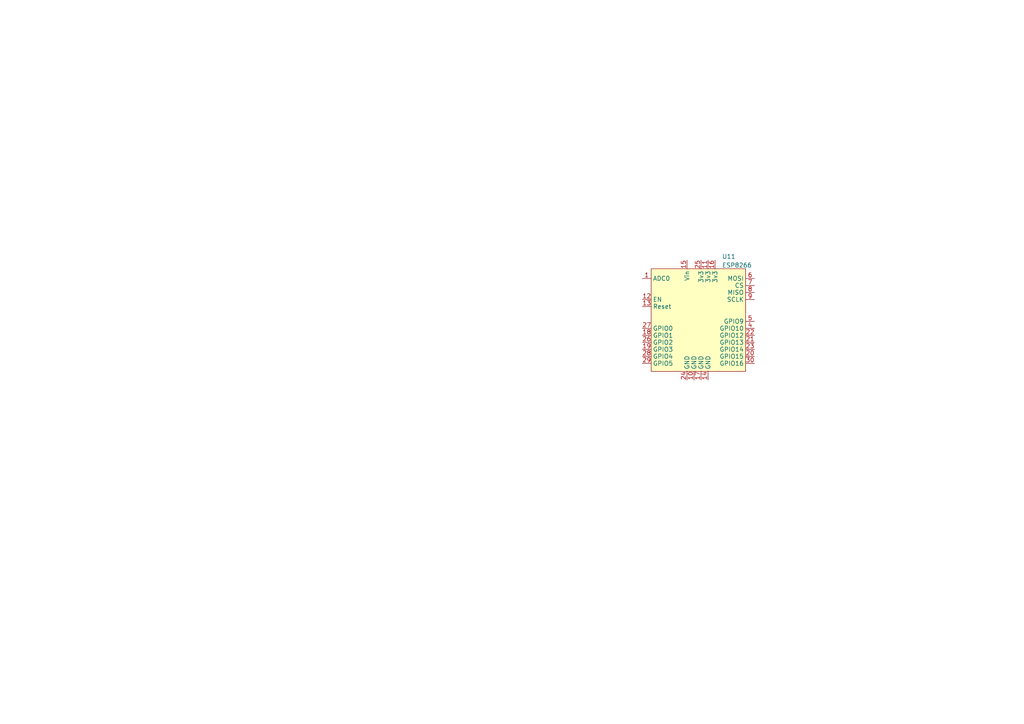
<source format=kicad_sch>
(kicad_sch (version 20211123) (generator eeschema)
  (paper "A4")
  (lib_symbols
    (symbol "Library:ESP8266"
      (property "Reference" "U" (at -3.302 1.27 0))
      (property "Value" "ESP8266" (at -0.762 -6.858 0))
      (symbol "ESP8266_0_1"
        (rectangle (start -13.462 14.732) (end 13.97 -14.986) (fill (type background)))
      )
      (symbol "ESP8266_1_1"
        (pin bidirectional line (at -16.002 11.938 0) (length 2.54) (name "ADC0") (number "1"))
        (pin power_in line (at -1.016 -17.526 90) (length 2.54) (name "GND") (number "10"))
        (pin power_out line (at 3.048 17.272 270) (length 2.54) (name "3v3") (number "11"))
        (pin passive line (at -16.002 5.842 0) (length 2.54) (name "EN") (number "12"))
        (pin passive line (at -16.002 3.81 0) (length 2.54) (name "Reset") (number "13"))
        (pin power_in line (at 3.048 -17.526 90) (length 2.54) (name "GND") (number "14"))
        (pin power_in line (at -3.048 17.272 270) (length 2.54) (name "Vin") (number "15"))
        (pin power_out line (at 5.08 17.272 270) (length 2.54) (name "3v3") (number "16"))
        (pin power_in line (at 1.016 -17.526 90) (length 2.54) (name "GND") (number "17"))
        (pin bidirectional line (at -16.002 -4.572 0) (length 2.54) (name "GPIO1") (number "18"))
        (pin bidirectional line (at -16.002 -8.636 0) (length 2.54) (name "GPIO3") (number "19"))
        (pin unspecified line (at -16.002 9.906 0) (length 2.54) hide (name "Reserved") (number "2"))
        (pin bidirectional line (at 16.51 -10.668 180) (length 2.54) (name "GPIO15") (number "20"))
        (pin bidirectional line (at 16.51 -6.604 180) (length 2.54) (name "GPIO13") (number "21"))
        (pin bidirectional line (at 16.51 -4.572 180) (length 2.54) (name "GPIO12") (number "22"))
        (pin bidirectional line (at 16.51 -8.636 180) (length 2.54) (name "GPIO14") (number "23"))
        (pin power_in line (at -3.048 -17.526 90) (length 2.54) (name "GND") (number "24"))
        (pin power_out line (at 1.016 17.272 270) (length 2.54) (name "3v3") (number "25"))
        (pin bidirectional line (at -16.002 -6.604 0) (length 2.54) (name "GPIO2") (number "26"))
        (pin bidirectional line (at -16.002 -2.54 0) (length 2.54) (name "GPIO0") (number "27"))
        (pin bidirectional line (at -16.002 -10.668 0) (length 2.54) (name "GPIO4") (number "28"))
        (pin bidirectional line (at -16.002 -12.7 0) (length 2.54) (name "GPIO5") (number "29"))
        (pin unspecified line (at -16.002 7.874 0) (length 2.54) hide (name "Reserved") (number "3"))
        (pin bidirectional line (at 16.51 -12.7 180) (length 2.54) (name "GPIO16") (number "30"))
        (pin bidirectional line (at 16.51 -2.54 180) (length 2.54) (name "GPIO10") (number "4"))
        (pin bidirectional line (at 16.51 -0.508 180) (length 2.54) (name "GPIO9") (number "5"))
        (pin bidirectional line (at 16.51 11.938 180) (length 2.54) (name "MOSI") (number "6"))
        (pin bidirectional line (at 16.51 9.906 180) (length 2.54) (name "CS") (number "7"))
        (pin bidirectional line (at 16.51 7.874 180) (length 2.54) (name "MISO") (number "8"))
        (pin bidirectional line (at 16.51 5.842 180) (length 2.54) (name "SCLK") (number "9"))
      )
    )
  )
  (symbol (lib_id "Library:ESP8266") (at 202.311 92.71 0) (unit 1)
    (property "Reference" "U11" (at 209.4104 74.4052 0) (effects (justify left)))
    (property "Value" "ESP8266" (at 209.4104 76.9421 0) (effects (justify left)))
    (property "Footprint" "ESP8266:NodeMCU1.0(12-E)" (effects hide))
  )
)
</source>
